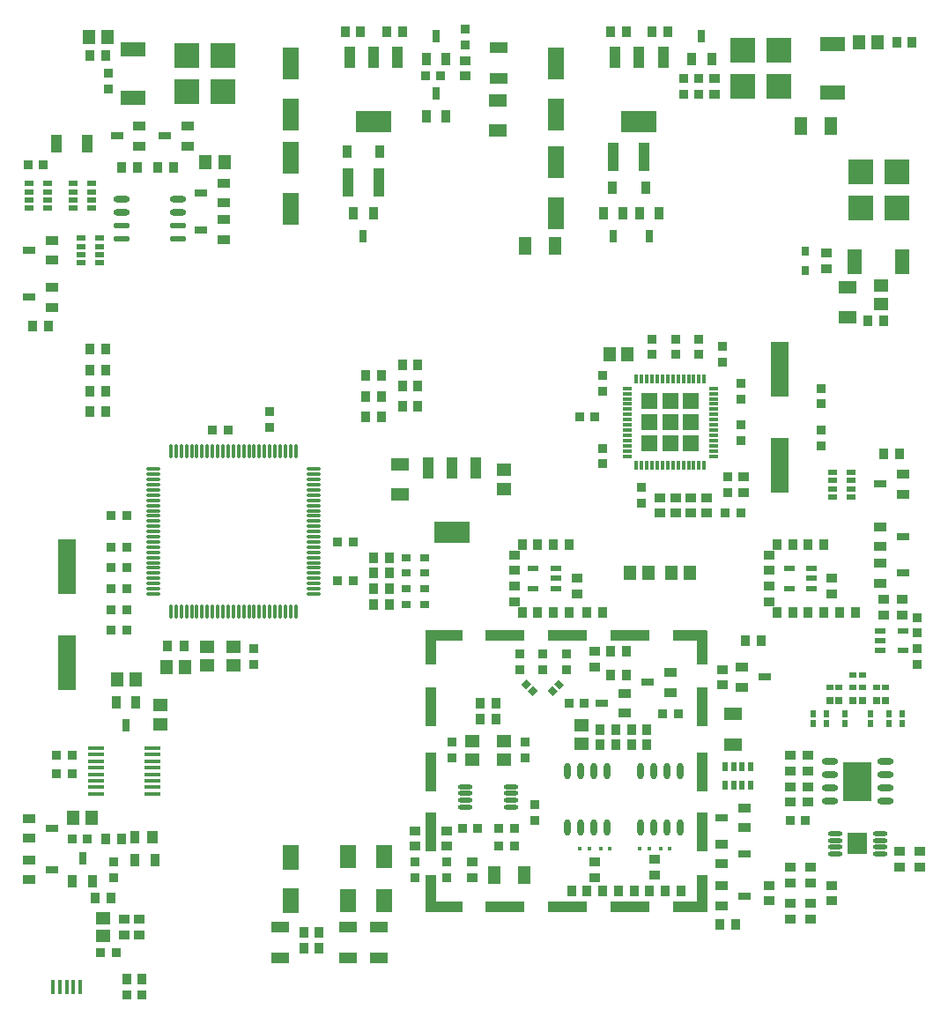
<source format=gtp>
G04 #@! TF.FileFunction,Paste,Top*
%FSLAX46Y46*%
G04 Gerber Fmt 4.6, Leading zero omitted, Abs format (unit mm)*
G04 Created by KiCad (PCBNEW (2015-03-10 BZR 5500)-product) date Tue 10 Mar 2015 09:04:04 PM EDT*
%MOMM*%
G01*
G04 APERTURE LIST*
%ADD10C,0.100000*%
%ADD11R,0.300000X0.900000*%
%ADD12R,0.900000X0.300000*%
%ADD13R,1.500000X1.500000*%
%ADD14O,1.550000X0.600000*%
%ADD15R,2.750000X3.800000*%
%ADD16R,1.300000X0.900000*%
%ADD17R,1.300000X0.800000*%
%ADD18O,1.550000X0.550000*%
%ADD19R,1.000000X0.850000*%
%ADD20R,0.900000X0.950000*%
%ADD21R,3.570000X1.000000*%
%ADD22R,3.800000X1.000000*%
%ADD23R,3.240000X1.000000*%
%ADD24R,1.000000X3.800000*%
%ADD25R,1.000000X3.570000*%
%ADD26R,1.000000X3.240000*%
%ADD27R,1.100000X2.700000*%
%ADD28R,1.800000X5.300000*%
%ADD29O,1.450000X0.450000*%
%ADD30R,1.900000X2.150000*%
%ADD31R,1.800000X1.050000*%
%ADD32O,1.550000X0.400000*%
%ADD33O,0.300000X1.500000*%
%ADD34O,1.500000X0.300000*%
%ADD35R,1.150000X1.450000*%
%ADD36R,0.950000X0.900000*%
%ADD37R,0.600000X0.650000*%
%ADD38R,0.650000X0.600000*%
%ADD39R,1.800000X1.200000*%
%ADD40R,1.450000X1.150000*%
%ADD41R,1.200000X1.800000*%
%ADD42R,1.600000X3.150000*%
%ADD43R,0.900000X1.200000*%
%ADD44R,0.300000X0.400000*%
%ADD45R,0.900000X1.300000*%
%ADD46R,0.800000X1.300000*%
%ADD47R,1.100000X1.300000*%
%ADD48R,1.450000X1.200000*%
%ADD49R,1.200000X1.450000*%
%ADD50R,0.400000X1.350000*%
%ADD51R,0.650000X0.700000*%
%ADD52R,1.100000X2.100000*%
%ADD53R,3.500000X2.100000*%
%ADD54R,1.050000X1.800000*%
%ADD55R,1.100000X0.600000*%
%ADD56O,0.600000X1.550000*%
%ADD57R,0.950000X1.000000*%
%ADD58R,1.500000X2.300000*%
%ADD59R,1.550000X2.400000*%
%ADD60R,0.800100X0.899160*%
%ADD61R,0.950000X0.550000*%
%ADD62R,0.550000X0.950000*%
%ADD63R,0.850000X1.000000*%
%ADD64R,0.899160X0.800100*%
%ADD65R,2.450000X1.450000*%
%ADD66R,2.457000X2.457000*%
%ADD67R,1.450000X2.450000*%
G04 APERTURE END LIST*
D10*
D11*
X140750000Y-70650000D03*
X141250000Y-70650000D03*
X141750000Y-70650000D03*
X142250000Y-70650000D03*
X142750000Y-70650000D03*
X143250000Y-70650000D03*
X143750000Y-70650000D03*
X144250000Y-70650000D03*
X144750000Y-70650000D03*
X145250000Y-70650000D03*
X145750000Y-70650000D03*
X146250000Y-70650000D03*
X146750000Y-70650000D03*
X147250000Y-70650000D03*
D12*
X148150000Y-69750000D03*
X148150000Y-69250000D03*
X148150000Y-68750000D03*
X148150000Y-68250000D03*
X148150000Y-67750000D03*
X148150000Y-67250000D03*
X148150000Y-66750000D03*
X148150000Y-66250000D03*
X148150000Y-65750000D03*
X148150000Y-65250000D03*
X148150000Y-64750000D03*
X148150000Y-64250000D03*
X148150000Y-63750000D03*
X148150000Y-63250000D03*
D11*
X147250000Y-62350000D03*
X146750000Y-62350000D03*
X146250000Y-62350000D03*
X145750000Y-62350000D03*
X145250000Y-62350000D03*
X144750000Y-62350000D03*
X144250000Y-62350000D03*
X143750000Y-62350000D03*
X143250000Y-62350000D03*
X142750000Y-62350000D03*
X142250000Y-62350000D03*
X141750000Y-62350000D03*
X141250000Y-62350000D03*
X140750000Y-62350000D03*
D12*
X139850000Y-63250000D03*
X139850000Y-63750000D03*
X139850000Y-64250000D03*
X139850000Y-64750000D03*
X139850000Y-65250000D03*
X139850000Y-65750000D03*
X139850000Y-66250000D03*
X139850000Y-66750000D03*
X139850000Y-67250000D03*
X139850000Y-67750000D03*
X139850000Y-68250000D03*
X139850000Y-68750000D03*
X139850000Y-69250000D03*
X139850000Y-69750000D03*
D13*
X144000000Y-66500000D03*
X144000000Y-68500000D03*
X144000000Y-64500000D03*
X142000000Y-68500000D03*
X142000000Y-66500000D03*
X142000000Y-64500000D03*
X146000000Y-68500000D03*
X146000000Y-66500000D03*
X146000000Y-64500000D03*
D14*
X159300000Y-99095000D03*
X159300000Y-100365000D03*
X159300000Y-101635000D03*
X159300000Y-102905000D03*
X164700000Y-102905000D03*
X164700000Y-101635000D03*
X164700000Y-100365000D03*
X164700000Y-99095000D03*
D15*
X162000000Y-101000000D03*
D16*
X97600000Y-39950000D03*
X97600000Y-38050000D03*
D17*
X95400000Y-39000000D03*
D14*
X91300000Y-45095000D03*
X91300000Y-46365000D03*
D18*
X91300000Y-47635000D03*
X91300000Y-48905000D03*
X96700000Y-48905000D03*
X96700000Y-47635000D03*
D14*
X96700000Y-46365000D03*
X96700000Y-45095000D03*
D19*
X91500000Y-114250000D03*
X91500000Y-115750000D03*
D20*
X86500000Y-98500000D03*
X85000000Y-98500000D03*
X85000000Y-100250000D03*
X86500000Y-100250000D03*
D16*
X148900000Y-107050000D03*
X148900000Y-108950000D03*
D17*
X151100000Y-108000000D03*
D21*
X122250000Y-113035000D03*
D22*
X128135000Y-113035000D03*
X134135000Y-113035000D03*
X140135000Y-113035000D03*
D23*
X145855000Y-113035000D03*
D22*
X140135000Y-86965000D03*
X134135000Y-86965000D03*
D21*
X122250000Y-86965000D03*
D22*
X128135000Y-86965000D03*
D23*
X145855000Y-86965000D03*
D24*
X120965000Y-100135000D03*
X120965000Y-93865000D03*
D25*
X120965000Y-111750000D03*
D24*
X120965000Y-105865000D03*
D26*
X120965000Y-88145000D03*
X147035000Y-88145000D03*
D24*
X147035000Y-105865000D03*
D25*
X147035000Y-111750000D03*
D24*
X147035000Y-100135000D03*
X147035000Y-93865000D03*
D27*
X113000000Y-43500000D03*
X116000000Y-43500000D03*
D28*
X154500000Y-61400000D03*
X154500000Y-70600000D03*
D29*
X164150000Y-107975000D03*
X164150000Y-107325000D03*
X164150000Y-106675000D03*
X164150000Y-106025000D03*
X159850000Y-106025000D03*
X159850000Y-106675000D03*
X159850000Y-107325000D03*
X159850000Y-107975000D03*
D30*
X162000000Y-107000000D03*
D31*
X106500000Y-115000000D03*
X106500000Y-118000000D03*
D32*
X94200000Y-102205000D03*
X94200000Y-101575000D03*
X94200000Y-100945000D03*
X94200000Y-100315000D03*
X94200000Y-99685000D03*
X94200000Y-99055000D03*
X94200000Y-98425000D03*
X94200000Y-97795000D03*
X88800000Y-97795000D03*
X88800000Y-98425000D03*
X88800000Y-99055000D03*
X88800000Y-99685000D03*
X88800000Y-100315000D03*
X88800000Y-100945000D03*
X88800000Y-101575000D03*
X88800000Y-102205000D03*
D28*
X86000000Y-80400000D03*
X86000000Y-89600000D03*
D33*
X96000000Y-84700000D03*
X96500000Y-84700000D03*
X97000000Y-84700000D03*
X97500000Y-84700000D03*
X98000000Y-84700000D03*
X98500000Y-84700000D03*
X99000000Y-84700000D03*
X99500000Y-84700000D03*
X100000000Y-84700000D03*
X100500000Y-84700000D03*
X101000000Y-84700000D03*
X101500000Y-84700000D03*
X102000000Y-84700000D03*
X102500000Y-84700000D03*
X103000000Y-84700000D03*
X103500000Y-84700000D03*
X104000000Y-84700000D03*
X104500000Y-84700000D03*
X105000000Y-84700000D03*
X105500000Y-84700000D03*
X106000000Y-84700000D03*
X106500000Y-84700000D03*
X107000000Y-84700000D03*
X107500000Y-84700000D03*
X108000000Y-84700000D03*
D34*
X109700000Y-83000000D03*
X109700000Y-82500000D03*
X109700000Y-82000000D03*
X109700000Y-81500000D03*
X109700000Y-81000000D03*
X109700000Y-80500000D03*
X109700000Y-80000000D03*
X109700000Y-79500000D03*
X109700000Y-79000000D03*
X109700000Y-78500000D03*
X109700000Y-78000000D03*
X109700000Y-77500000D03*
X109700000Y-77000000D03*
X109700000Y-76500000D03*
X109700000Y-76000000D03*
X109700000Y-75500000D03*
X109700000Y-75000000D03*
X109700000Y-74500000D03*
X109700000Y-74000000D03*
X109700000Y-73500000D03*
X109700000Y-73000000D03*
X109700000Y-72500000D03*
X109700000Y-72000000D03*
X109700000Y-71500000D03*
X109700000Y-71000000D03*
D33*
X108000000Y-69300000D03*
X107500000Y-69300000D03*
X107000000Y-69300000D03*
X106500000Y-69300000D03*
X106000000Y-69300000D03*
X105500000Y-69300000D03*
X105000000Y-69300000D03*
X104500000Y-69300000D03*
X104000000Y-69300000D03*
X103500000Y-69300000D03*
X103000000Y-69300000D03*
X102500000Y-69300000D03*
X102000000Y-69300000D03*
X101500000Y-69300000D03*
X101000000Y-69300000D03*
X100500000Y-69300000D03*
X100000000Y-69300000D03*
X99500000Y-69300000D03*
X99000000Y-69300000D03*
X98500000Y-69300000D03*
X98000000Y-69300000D03*
X97500000Y-69300000D03*
X97000000Y-69300000D03*
X96500000Y-69300000D03*
X96000000Y-69300000D03*
D34*
X94300000Y-71000000D03*
X94300000Y-71500000D03*
X94300000Y-72000000D03*
X94300000Y-72500000D03*
X94300000Y-73000000D03*
X94300000Y-73500000D03*
X94300000Y-74000000D03*
X94300000Y-74500000D03*
X94300000Y-75000000D03*
X94300000Y-75500000D03*
X94300000Y-76000000D03*
X94300000Y-76500000D03*
X94300000Y-77000000D03*
X94300000Y-77500000D03*
X94300000Y-78000000D03*
X94300000Y-78500000D03*
X94300000Y-79000000D03*
X94300000Y-79500000D03*
X94300000Y-80000000D03*
X94300000Y-80500000D03*
X94300000Y-81000000D03*
X94300000Y-81500000D03*
X94300000Y-82000000D03*
X94300000Y-82500000D03*
X94300000Y-83000000D03*
D16*
X164150000Y-80050000D03*
X164150000Y-81950000D03*
D17*
X166350000Y-81000000D03*
D35*
X88100000Y-29500000D03*
X89900000Y-29500000D03*
D16*
X101100000Y-45450000D03*
X101100000Y-43550000D03*
D17*
X98900000Y-44500000D03*
D16*
X93000000Y-39950000D03*
X93000000Y-38050000D03*
D17*
X90800000Y-39000000D03*
D35*
X101150000Y-41500000D03*
X99350000Y-41500000D03*
D36*
X149000000Y-60750000D03*
X149000000Y-59250000D03*
D35*
X140100000Y-81000000D03*
X141900000Y-81000000D03*
X144100000Y-81000000D03*
X145900000Y-81000000D03*
D37*
X166250000Y-94550000D03*
X166250000Y-95450000D03*
X165000000Y-94550000D03*
X165000000Y-95450000D03*
D38*
X163800000Y-92000000D03*
X164700000Y-92000000D03*
D37*
X163250000Y-94550000D03*
X163250000Y-95450000D03*
D38*
X161550000Y-90750000D03*
X162450000Y-90750000D03*
X161550000Y-92000000D03*
X162450000Y-92000000D03*
D37*
X160750000Y-94550000D03*
X160750000Y-95450000D03*
D38*
X159300000Y-92000000D03*
X160200000Y-92000000D03*
D37*
X159000000Y-94550000D03*
X159000000Y-95450000D03*
X157750000Y-94550000D03*
X157750000Y-95450000D03*
D39*
X150000000Y-94550000D03*
X150000000Y-97450000D03*
D40*
X135500000Y-95600000D03*
X135500000Y-97400000D03*
D36*
X134000000Y-90250000D03*
X134000000Y-88750000D03*
X131750000Y-90250000D03*
X131750000Y-88750000D03*
X129500000Y-90250000D03*
X129500000Y-88750000D03*
D40*
X128000000Y-98900000D03*
X128000000Y-97100000D03*
X125000000Y-98900000D03*
X125000000Y-97100000D03*
D41*
X127050000Y-110000000D03*
X129950000Y-110000000D03*
D36*
X131000000Y-104750000D03*
X131000000Y-103250000D03*
D20*
X125500000Y-105500000D03*
X124000000Y-105500000D03*
D35*
X86600000Y-104500000D03*
X88400000Y-104500000D03*
D42*
X133000000Y-32050000D03*
X133000000Y-36950000D03*
X107500000Y-32050000D03*
X107500000Y-36950000D03*
X133000000Y-41550000D03*
X133000000Y-46450000D03*
X107500000Y-46000000D03*
X107500000Y-41100000D03*
D41*
X130050000Y-49550000D03*
X132950000Y-49550000D03*
D39*
X161000000Y-53550000D03*
X161000000Y-56450000D03*
D41*
X156550000Y-38000000D03*
X159450000Y-38000000D03*
D39*
X118000000Y-70550000D03*
X118000000Y-73450000D03*
D40*
X95000000Y-95500000D03*
X95000000Y-93700000D03*
D39*
X127450000Y-35550000D03*
X127450000Y-38450000D03*
D40*
X128000000Y-72900000D03*
X128000000Y-71100000D03*
D35*
X90850000Y-91250000D03*
X92650000Y-91250000D03*
D40*
X164250000Y-53350000D03*
X164250000Y-55150000D03*
D35*
X162100000Y-30000000D03*
X163900000Y-30000000D03*
D16*
X101100000Y-48950000D03*
X101100000Y-47050000D03*
D17*
X98900000Y-48000000D03*
D43*
X141600000Y-44000000D03*
X138400000Y-44000000D03*
X116100000Y-40500000D03*
X112900000Y-40500000D03*
D44*
X135300000Y-107500000D03*
X136200000Y-107500000D03*
X137300000Y-107500000D03*
X138200000Y-107500000D03*
X141050000Y-107500000D03*
X141950000Y-107500000D03*
X143050000Y-107500000D03*
X143950000Y-107500000D03*
D45*
X139450000Y-46400000D03*
X137550000Y-46400000D03*
D46*
X138500000Y-48600000D03*
D47*
X94250000Y-106400000D03*
D45*
X92550000Y-106400000D03*
X92550000Y-108600000D03*
X94450000Y-108600000D03*
X120550000Y-37100000D03*
X122450000Y-37100000D03*
D46*
X121500000Y-34900000D03*
D48*
X89500000Y-115850000D03*
X89500000Y-114150000D03*
D49*
X138150000Y-60000000D03*
X139850000Y-60000000D03*
D50*
X84700000Y-120800000D03*
X85350000Y-120800000D03*
X86000000Y-120800000D03*
X86650000Y-120800000D03*
X87300000Y-120800000D03*
D51*
X163800000Y-93250000D03*
X164700000Y-93250000D03*
X161550000Y-93250000D03*
X162450000Y-93250000D03*
X159300000Y-93250000D03*
X160200000Y-93250000D03*
D10*
G36*
X132699480Y-92795495D02*
X132204505Y-92300520D01*
X132664124Y-91840901D01*
X133159099Y-92335876D01*
X132699480Y-92795495D01*
X132699480Y-92795495D01*
G37*
G36*
X133335876Y-92159099D02*
X132840901Y-91664124D01*
X133300520Y-91204505D01*
X133795495Y-91699480D01*
X133335876Y-92159099D01*
X133335876Y-92159099D01*
G37*
G36*
X129654505Y-91699480D02*
X130149480Y-91204505D01*
X130609099Y-91664124D01*
X130114124Y-92159099D01*
X129654505Y-91699480D01*
X129654505Y-91699480D01*
G37*
G36*
X130290901Y-92335876D02*
X130785876Y-91840901D01*
X131245495Y-92300520D01*
X130750520Y-92795495D01*
X130290901Y-92335876D01*
X130290901Y-92335876D01*
G37*
D16*
X166350000Y-73400000D03*
X166350000Y-71500000D03*
D17*
X164150000Y-72450000D03*
D16*
X164150000Y-76550000D03*
X164150000Y-78450000D03*
D17*
X166350000Y-77500000D03*
D16*
X148900000Y-111050000D03*
X148900000Y-112950000D03*
D17*
X151100000Y-112000000D03*
D16*
X151100000Y-105450000D03*
X151100000Y-103550000D03*
D17*
X148900000Y-104500000D03*
D16*
X150900000Y-90050000D03*
X150900000Y-91950000D03*
D17*
X153100000Y-91000000D03*
D16*
X139600000Y-94450000D03*
X139600000Y-92550000D03*
D17*
X137400000Y-93500000D03*
D16*
X144000000Y-92450000D03*
X144000000Y-90550000D03*
D17*
X141800000Y-91500000D03*
D45*
X146050000Y-31600000D03*
X147950000Y-31600000D03*
D46*
X147000000Y-29400000D03*
D16*
X84600000Y-50950000D03*
X84600000Y-49050000D03*
D17*
X82400000Y-50000000D03*
D45*
X142950000Y-46400000D03*
X141050000Y-46400000D03*
D46*
X142000000Y-48600000D03*
D45*
X120550000Y-31600000D03*
X122450000Y-31600000D03*
D46*
X121500000Y-29400000D03*
D52*
X143300000Y-31400000D03*
X141000000Y-31400000D03*
X138700000Y-31400000D03*
D53*
X141000000Y-37600000D03*
D52*
X117800000Y-31400000D03*
X115500000Y-31400000D03*
X113200000Y-31400000D03*
D53*
X115500000Y-37600000D03*
D45*
X115450000Y-46400000D03*
X113550000Y-46400000D03*
D46*
X114500000Y-48600000D03*
D54*
X85000000Y-39750000D03*
X88000000Y-39750000D03*
D19*
X155500000Y-110750000D03*
X155500000Y-109250000D03*
X157500000Y-110750000D03*
X157500000Y-109250000D03*
X153500000Y-112500000D03*
X153500000Y-111000000D03*
X159500000Y-112500000D03*
X159500000Y-111000000D03*
X157500000Y-114250000D03*
X157500000Y-112750000D03*
X155500000Y-114250000D03*
X155500000Y-112750000D03*
D27*
X138500000Y-41000000D03*
X141500000Y-41000000D03*
D31*
X127500000Y-30500000D03*
X127500000Y-33500000D03*
D16*
X84600000Y-55450000D03*
X84600000Y-53550000D03*
D17*
X82400000Y-54500000D03*
D55*
X133000000Y-82450000D03*
X133000000Y-80550000D03*
X133000000Y-81500000D03*
X130800000Y-80550000D03*
X130800000Y-82450000D03*
X157600000Y-82450000D03*
X157600000Y-80550000D03*
X157600000Y-81500000D03*
X155400000Y-80550000D03*
X155400000Y-82450000D03*
X164150000Y-86550000D03*
X164150000Y-88450000D03*
X164150000Y-87500000D03*
X166350000Y-88450000D03*
X166350000Y-86550000D03*
D56*
X137905000Y-100050000D03*
X136635000Y-100050000D03*
X135365000Y-100050000D03*
X134095000Y-100050000D03*
X134095000Y-105450000D03*
X135365000Y-105450000D03*
X136635000Y-105450000D03*
X137905000Y-105450000D03*
X141095000Y-105450000D03*
X142365000Y-105450000D03*
X143635000Y-105450000D03*
X144905000Y-105450000D03*
X144905000Y-100050000D03*
X143635000Y-100050000D03*
X142365000Y-100050000D03*
X141095000Y-100050000D03*
D29*
X124300000Y-101525000D03*
X124300000Y-102175000D03*
X124300000Y-102825000D03*
X124300000Y-103475000D03*
X128700000Y-103475000D03*
X128700000Y-102825000D03*
X128700000Y-102175000D03*
X128700000Y-101525000D03*
D52*
X125300000Y-70900000D03*
X123000000Y-70900000D03*
X120700000Y-70900000D03*
D53*
X123000000Y-77100000D03*
D45*
X92650000Y-93400000D03*
X90750000Y-93400000D03*
D46*
X91700000Y-95600000D03*
D40*
X99500000Y-88100000D03*
X99500000Y-89900000D03*
D36*
X104000000Y-88250000D03*
X104000000Y-89750000D03*
D20*
X91750000Y-84500000D03*
X90250000Y-84500000D03*
X91750000Y-75500000D03*
X90250000Y-75500000D03*
D36*
X105500000Y-67000000D03*
X105500000Y-65500000D03*
D20*
X112000000Y-78000000D03*
X113500000Y-78000000D03*
D40*
X102000000Y-88100000D03*
X102000000Y-89900000D03*
D20*
X91750000Y-82500000D03*
X90250000Y-82500000D03*
X112000000Y-81750000D03*
X113500000Y-81750000D03*
X91750000Y-78500000D03*
X90250000Y-78500000D03*
X100000000Y-67250000D03*
X101500000Y-67250000D03*
D35*
X95600000Y-90000000D03*
X97400000Y-90000000D03*
D57*
X97300000Y-88000000D03*
X95700000Y-88000000D03*
D58*
X113000000Y-112500000D03*
X113000000Y-108200000D03*
X116500000Y-108200000D03*
X116500000Y-112500000D03*
D59*
X107500000Y-112500000D03*
X107500000Y-108300000D03*
D31*
X113000000Y-115000000D03*
X113000000Y-118000000D03*
X116000000Y-115000000D03*
X116000000Y-118000000D03*
D60*
X157000000Y-51899160D03*
X157000000Y-50100840D03*
D61*
X88400000Y-45950000D03*
X88400000Y-45150000D03*
X88400000Y-44350000D03*
X88400000Y-43550000D03*
X86600000Y-43550000D03*
X86600000Y-44350000D03*
X86600000Y-45150000D03*
X86600000Y-45950000D03*
X84150000Y-45950000D03*
X84150000Y-45150000D03*
X84150000Y-44350000D03*
X84150000Y-43550000D03*
X82350000Y-43550000D03*
X82350000Y-44350000D03*
X82350000Y-45150000D03*
X82350000Y-45950000D03*
X87350000Y-48800000D03*
X87350000Y-49600000D03*
X87350000Y-50400000D03*
X87350000Y-51200000D03*
X89150000Y-51200000D03*
X89150000Y-50400000D03*
X89150000Y-49600000D03*
X89150000Y-48800000D03*
X159600000Y-71300000D03*
X159600000Y-72100000D03*
X159600000Y-72900000D03*
X159600000Y-73700000D03*
X161400000Y-73700000D03*
X161400000Y-72900000D03*
X161400000Y-72100000D03*
X161400000Y-71300000D03*
D62*
X149300000Y-101400000D03*
X150100000Y-101400000D03*
X150900000Y-101400000D03*
X151700000Y-101400000D03*
X151700000Y-99600000D03*
X150900000Y-99600000D03*
X150100000Y-99600000D03*
X149300000Y-99600000D03*
D36*
X141250000Y-72750000D03*
X141250000Y-74250000D03*
D20*
X149250000Y-75250000D03*
X150750000Y-75250000D03*
D36*
X149500000Y-71750000D03*
X149500000Y-73250000D03*
X150750000Y-64250000D03*
X150750000Y-62750000D03*
X137500000Y-69000000D03*
X137500000Y-70500000D03*
D20*
X136750000Y-66000000D03*
X135250000Y-66000000D03*
D36*
X150750000Y-68250000D03*
X150750000Y-66750000D03*
X142250000Y-60000000D03*
X142250000Y-58500000D03*
X144500000Y-60000000D03*
X144500000Y-58500000D03*
X146750000Y-60000000D03*
X146750000Y-58500000D03*
X137500000Y-63500000D03*
X137500000Y-62000000D03*
D20*
X91750000Y-121500000D03*
X93250000Y-121500000D03*
X89250000Y-117500000D03*
X90750000Y-117500000D03*
X144750000Y-94500000D03*
X143250000Y-94500000D03*
D36*
X130000000Y-98750000D03*
X130000000Y-97250000D03*
X123000000Y-98750000D03*
X123000000Y-97250000D03*
D20*
X127500000Y-105500000D03*
X129000000Y-105500000D03*
X127500000Y-107250000D03*
X129000000Y-107250000D03*
D36*
X90000000Y-33000000D03*
X90000000Y-34500000D03*
D20*
X83750000Y-41750000D03*
X82250000Y-41750000D03*
X146750000Y-35000000D03*
X145250000Y-35000000D03*
D36*
X124250000Y-30250000D03*
X124250000Y-28750000D03*
X90500000Y-108750000D03*
X90500000Y-110250000D03*
D20*
X86500000Y-106500000D03*
X88000000Y-106500000D03*
D16*
X82400000Y-108550000D03*
X82400000Y-110450000D03*
D17*
X84600000Y-109500000D03*
D16*
X82400000Y-104550000D03*
X82400000Y-106450000D03*
D17*
X84600000Y-105500000D03*
D45*
X86550000Y-110600000D03*
X88450000Y-110600000D03*
D46*
X87500000Y-108400000D03*
D19*
X93000000Y-114250000D03*
X93000000Y-115750000D03*
D63*
X91750000Y-120000000D03*
X93250000Y-120000000D03*
X89750000Y-106500000D03*
X91250000Y-106500000D03*
X90250000Y-112250000D03*
X88750000Y-112250000D03*
D20*
X91750000Y-80500000D03*
X90250000Y-80500000D03*
X91750000Y-86500000D03*
X90250000Y-86500000D03*
D36*
X158500000Y-63250000D03*
X158500000Y-64750000D03*
X158500000Y-68750000D03*
X158500000Y-67250000D03*
D63*
X82750000Y-57250000D03*
X84250000Y-57250000D03*
X96250000Y-42000000D03*
X94750000Y-42000000D03*
X92750000Y-42000000D03*
X91250000Y-42000000D03*
X89750000Y-31250000D03*
X88250000Y-31250000D03*
D19*
X124250000Y-33250000D03*
X124250000Y-31750000D03*
D63*
X112750000Y-29000000D03*
X114250000Y-29000000D03*
X116750000Y-29000000D03*
X118250000Y-29000000D03*
X138250000Y-29000000D03*
X139750000Y-29000000D03*
X142250000Y-29000000D03*
X143750000Y-29000000D03*
D20*
X145250000Y-33500000D03*
X146750000Y-33500000D03*
D63*
X88250000Y-59500000D03*
X89750000Y-59500000D03*
X88250000Y-65500000D03*
X89750000Y-65500000D03*
X88250000Y-61500000D03*
X89750000Y-61500000D03*
X89750000Y-63500000D03*
X88250000Y-63500000D03*
D20*
X120450000Y-33250000D03*
X121950000Y-33250000D03*
D19*
X148250000Y-35000000D03*
X148250000Y-33500000D03*
D63*
X165750000Y-30000000D03*
X167250000Y-30000000D03*
X164500000Y-56750000D03*
X163000000Y-56750000D03*
D19*
X159000000Y-51750000D03*
X159000000Y-50250000D03*
X151000000Y-71750000D03*
X151000000Y-73250000D03*
X143000000Y-75250000D03*
X143000000Y-73750000D03*
X144500000Y-75250000D03*
X144500000Y-73750000D03*
X146000000Y-75250000D03*
X146000000Y-73750000D03*
X147500000Y-75250000D03*
X147500000Y-73750000D03*
X135000000Y-83000000D03*
X135000000Y-81500000D03*
X159500000Y-83000000D03*
X159500000Y-81500000D03*
D63*
X131250000Y-84750000D03*
X129750000Y-84750000D03*
X131250000Y-78250000D03*
X129750000Y-78250000D03*
X155750000Y-84750000D03*
X154250000Y-84750000D03*
X155750000Y-78250000D03*
X154250000Y-78250000D03*
X134250000Y-84750000D03*
X132750000Y-84750000D03*
X134250000Y-78250000D03*
X132750000Y-78250000D03*
X158750000Y-84750000D03*
X157250000Y-84750000D03*
X158750000Y-78250000D03*
X157250000Y-78250000D03*
X137500000Y-84750000D03*
X136000000Y-84750000D03*
X161750000Y-84750000D03*
X160250000Y-84750000D03*
D19*
X129000000Y-82250000D03*
X129000000Y-83750000D03*
X153500000Y-82250000D03*
X153500000Y-83750000D03*
X129000000Y-80750000D03*
X129000000Y-79250000D03*
X153500000Y-80750000D03*
X153500000Y-79250000D03*
D63*
X164500000Y-69500000D03*
X166000000Y-69500000D03*
D19*
X164500000Y-85000000D03*
X164500000Y-83500000D03*
X166250000Y-85000000D03*
X166250000Y-83500000D03*
D36*
X167750000Y-89750000D03*
X167750000Y-88250000D03*
X167750000Y-85250000D03*
X167750000Y-86750000D03*
D63*
X151250000Y-87500000D03*
X152750000Y-87500000D03*
D19*
X149000000Y-90250000D03*
X149000000Y-91750000D03*
D63*
X138750000Y-96000000D03*
X137250000Y-96000000D03*
X140250000Y-96000000D03*
X141750000Y-96000000D03*
X138750000Y-97500000D03*
X137250000Y-97500000D03*
X140250000Y-97500000D03*
X141750000Y-97500000D03*
D20*
X135750000Y-93500000D03*
X134250000Y-93500000D03*
D63*
X138250000Y-88500000D03*
X139750000Y-88500000D03*
D19*
X136750000Y-90000000D03*
X136750000Y-88500000D03*
D63*
X138250000Y-90750000D03*
X139750000Y-90750000D03*
X127250000Y-93500000D03*
X125750000Y-93500000D03*
X127250000Y-95000000D03*
X125750000Y-95000000D03*
D36*
X122500000Y-108750000D03*
X122500000Y-110250000D03*
X119500000Y-108750000D03*
X119500000Y-110250000D03*
D19*
X122500000Y-107250000D03*
X122500000Y-105750000D03*
X119500000Y-105750000D03*
X119500000Y-107250000D03*
X125000000Y-108750000D03*
X125000000Y-110250000D03*
D63*
X108750000Y-115500000D03*
X110250000Y-115500000D03*
X108750000Y-117000000D03*
X110250000Y-117000000D03*
D19*
X166000000Y-109250000D03*
X166000000Y-107750000D03*
X168000000Y-107750000D03*
X168000000Y-109250000D03*
D20*
X157000000Y-104750000D03*
X155500000Y-104750000D03*
D19*
X157250000Y-101500000D03*
X157250000Y-103000000D03*
X155500000Y-100000000D03*
X155500000Y-98500000D03*
X155500000Y-101500000D03*
X155500000Y-103000000D03*
X157250000Y-98500000D03*
X157250000Y-100000000D03*
D63*
X136000000Y-111500000D03*
X134500000Y-111500000D03*
X137500000Y-111500000D03*
X139000000Y-111500000D03*
X142000000Y-111500000D03*
X140500000Y-111500000D03*
X143500000Y-111500000D03*
X145000000Y-111500000D03*
D19*
X136750000Y-108750000D03*
X136750000Y-110250000D03*
X142500000Y-108500000D03*
X142500000Y-110000000D03*
D63*
X148750000Y-114750000D03*
X150250000Y-114750000D03*
D64*
X120399160Y-79500000D03*
X118600840Y-79500000D03*
X120399160Y-81000000D03*
X118600840Y-81000000D03*
X120399160Y-82500000D03*
X118600840Y-82500000D03*
X120399160Y-84000000D03*
X118600840Y-84000000D03*
D63*
X115500000Y-79500000D03*
X117000000Y-79500000D03*
X115500000Y-81000000D03*
X117000000Y-81000000D03*
X115500000Y-82500000D03*
X117000000Y-82500000D03*
X115500000Y-84000000D03*
X117000000Y-84000000D03*
X114750000Y-66000000D03*
X116250000Y-66000000D03*
X114750000Y-62000000D03*
X116250000Y-62000000D03*
X118250000Y-65000000D03*
X119750000Y-65000000D03*
X114750000Y-64000000D03*
X116250000Y-64000000D03*
X118250000Y-63000000D03*
X119750000Y-63000000D03*
X119750000Y-61000000D03*
X118250000Y-61000000D03*
D65*
X159600000Y-34800000D03*
X159600000Y-30200000D03*
D66*
X154437500Y-34237500D03*
X154437500Y-30762500D03*
X150962500Y-30762500D03*
X150962500Y-34237500D03*
D65*
X92400000Y-30700000D03*
X92400000Y-35300000D03*
D66*
X97562500Y-31262500D03*
X97562500Y-34737500D03*
X101037500Y-34737500D03*
X101037500Y-31262500D03*
D67*
X161700000Y-51100000D03*
X166300000Y-51100000D03*
D66*
X162262500Y-45937500D03*
X165737500Y-45937500D03*
X165737500Y-42462500D03*
X162262500Y-42462500D03*
M02*

</source>
